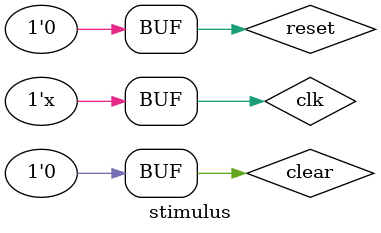
<source format=v>
`timescale 1ns / 1ps

module stimulus;
    reg clk, reset, clear;
    wire [3:0] Q;
    my_ripple_counter mrc(Q, clk, reset, clear);
    initial 
        clk = 0; 
    always
        #10 clk = ~clk;
    initial 
    begin
        clear = 0;
        reset = 0;
        #20 reset = 1;
        #20 reset = 0;
    end
endmodule
</source>
